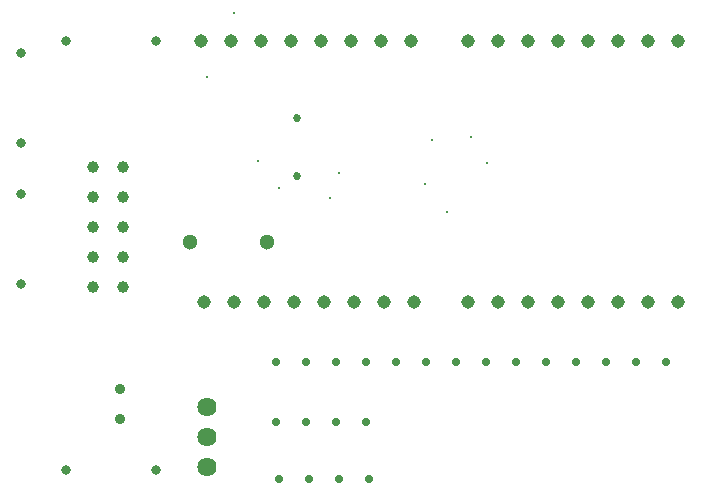
<source format=gbr>
%TF.GenerationSoftware,KiCad,Pcbnew,8.0.4*%
%TF.CreationDate,2024-08-01T20:06:12+05:30*%
%TF.ProjectId,Atmega32,41746d65-6761-4333-922e-6b696361645f,rev?*%
%TF.SameCoordinates,Original*%
%TF.FileFunction,Plated,1,2,PTH,Drill*%
%TF.FilePolarity,Positive*%
%FSLAX46Y46*%
G04 Gerber Fmt 4.6, Leading zero omitted, Abs format (unit mm)*
G04 Created by KiCad (PCBNEW 8.0.4) date 2024-08-01 20:06:12*
%MOMM*%
%LPD*%
G01*
G04 APERTURE LIST*
%TA.AperFunction,ViaDrill*%
%ADD10C,0.300000*%
%TD*%
%TA.AperFunction,ComponentDrill*%
%ADD11C,0.685800*%
%TD*%
%TA.AperFunction,ComponentDrill*%
%ADD12C,0.711200*%
%TD*%
%TA.AperFunction,ComponentDrill*%
%ADD13C,0.800000*%
%TD*%
%TA.AperFunction,ComponentDrill*%
%ADD14C,0.900000*%
%TD*%
%TA.AperFunction,ComponentDrill*%
%ADD15C,0.990600*%
%TD*%
%TA.AperFunction,ComponentDrill*%
%ADD16C,1.143000*%
%TD*%
%TA.AperFunction,ComponentDrill*%
%ADD17C,1.300000*%
%TD*%
%TA.AperFunction,ComponentDrill*%
%ADD18C,1.625600*%
%TD*%
G04 APERTURE END LIST*
D10*
X151130000Y-44450000D03*
X153416000Y-39024000D03*
X155448000Y-51562000D03*
X157226000Y-53848000D03*
X161544000Y-54666000D03*
X162306000Y-52578000D03*
X169531000Y-53481000D03*
X170180000Y-49784000D03*
X171450000Y-55880000D03*
X173482000Y-49530000D03*
X174826265Y-51741735D03*
D11*
%TO.C,Y1*%
X158750000Y-47951999D03*
X158750000Y-52832000D03*
D12*
%TO.C,lcd1*%
X156972000Y-68580000D03*
%TO.C,g1*%
X156972000Y-73660000D03*
%TO.C,v1*%
X157226000Y-78486000D03*
%TO.C,lcd1*%
X159512000Y-68580000D03*
%TO.C,g1*%
X159512000Y-73660000D03*
%TO.C,v1*%
X159766000Y-78486000D03*
%TO.C,lcd1*%
X162052000Y-68580000D03*
%TO.C,g1*%
X162052000Y-73660000D03*
%TO.C,v1*%
X162306000Y-78486000D03*
%TO.C,lcd1*%
X164592000Y-68580000D03*
%TO.C,g1*%
X164592000Y-73660000D03*
%TO.C,v1*%
X164846000Y-78486000D03*
%TO.C,lcd1*%
X167132000Y-68580000D03*
X169672000Y-68580000D03*
X172212000Y-68580000D03*
X174752000Y-68580000D03*
X177292000Y-68580000D03*
X179832000Y-68580000D03*
X182372000Y-68580000D03*
X184912000Y-68580000D03*
X187452000Y-68580000D03*
X189992000Y-68580000D03*
D13*
%TO.C,R1*%
X135382000Y-42418000D03*
X135382000Y-50038000D03*
%TO.C,R5*%
X135382000Y-54356000D03*
X135382000Y-61976000D03*
%TO.C,R4*%
X139192000Y-41402000D03*
%TO.C,R2*%
X139192000Y-77724000D03*
%TO.C,R4*%
X146812000Y-41402000D03*
%TO.C,R2*%
X146812000Y-77724000D03*
D14*
%TO.C,D1*%
X143764000Y-70866000D03*
X143764000Y-73406000D03*
D15*
%TO.C,prog1*%
X141478000Y-52070000D03*
X141478000Y-54610000D03*
X141478000Y-57150000D03*
X141478000Y-59690000D03*
X141478000Y-62230000D03*
X144018000Y-52070000D03*
X144018000Y-54610000D03*
X144018000Y-57150000D03*
X144018000Y-59690000D03*
X144018000Y-62230000D03*
D16*
%TO.C,PB1*%
X150622000Y-41402000D03*
%TO.C,PD1*%
X150876000Y-63500000D03*
%TO.C,PB1*%
X153162000Y-41402000D03*
%TO.C,PD1*%
X153416000Y-63500000D03*
%TO.C,PB1*%
X155702000Y-41402000D03*
%TO.C,PD1*%
X155956000Y-63500000D03*
%TO.C,PB1*%
X158242000Y-41402000D03*
%TO.C,PD1*%
X158496000Y-63500000D03*
%TO.C,PB1*%
X160782000Y-41402000D03*
%TO.C,PD1*%
X161036000Y-63500000D03*
%TO.C,PB1*%
X163322000Y-41402000D03*
%TO.C,PD1*%
X163576000Y-63500000D03*
%TO.C,PB1*%
X165862000Y-41402000D03*
%TO.C,PD1*%
X166116000Y-63500000D03*
%TO.C,PB1*%
X168402000Y-41402000D03*
%TO.C,PD1*%
X168656000Y-63500000D03*
%TO.C,PA1*%
X173228000Y-41402000D03*
%TO.C,PC1*%
X173228000Y-63500000D03*
%TO.C,PA1*%
X175768000Y-41402000D03*
%TO.C,PC1*%
X175768000Y-63500000D03*
%TO.C,PA1*%
X178308000Y-41402000D03*
%TO.C,PC1*%
X178308000Y-63500000D03*
%TO.C,PA1*%
X180848000Y-41402000D03*
%TO.C,PC1*%
X180848000Y-63500000D03*
%TO.C,PA1*%
X183388000Y-41402000D03*
%TO.C,PC1*%
X183388000Y-63500000D03*
%TO.C,PA1*%
X185928000Y-41402000D03*
%TO.C,PC1*%
X185928000Y-63500000D03*
%TO.C,PA1*%
X188468000Y-41402000D03*
%TO.C,PC1*%
X188468000Y-63500000D03*
%TO.C,PA1*%
X191008000Y-41402000D03*
%TO.C,PC1*%
X191008000Y-63500000D03*
D17*
%TO.C,SW1*%
X149658000Y-58420000D03*
X156158000Y-58420000D03*
D18*
%TO.C,R3*%
X151130000Y-72390000D03*
X151130000Y-74930000D03*
X151130000Y-77470000D03*
M02*

</source>
